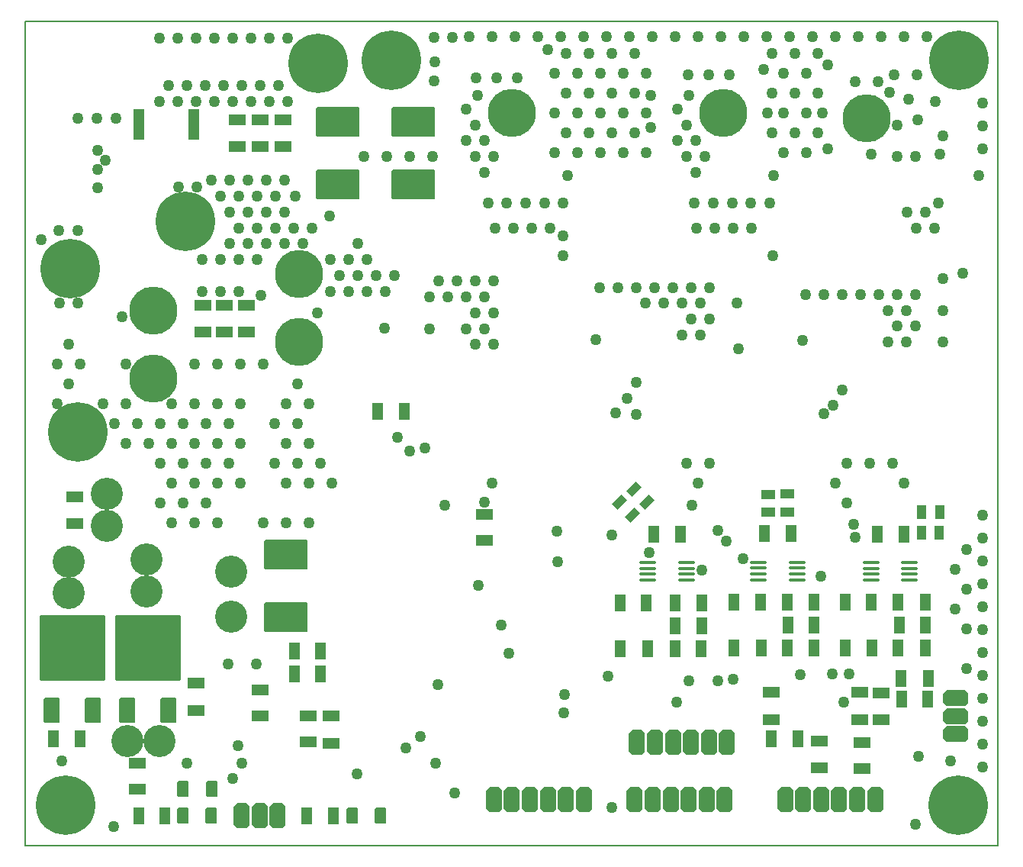
<source format=gbr>
G04 PROTEUS RS274X GERBER FILE*
%FSLAX45Y45*%
%MOMM*%
G01*
%ADD56C,1.270000*%
%ADD18C,1.016000*%
%ADD59C,5.334000*%
%AMPPAD075*
4,1,4,
0.571500,0.901700,
-0.571500,0.901700,
-0.571500,-0.901700,
0.571500,-0.901700,
0.571500,0.901700,
0*%
%ADD85PPAD075*%
%AMPPAD076*
4,1,36,
3.492500,3.619500,
-3.492500,3.619500,
-3.518470,3.616970,
-3.542480,3.609700,
-3.564080,3.598150,
-3.582790,3.582790,
-3.598150,3.564070,
-3.609700,3.542480,
-3.616970,3.518470,
-3.619500,3.492500,
-3.619500,-3.492500,
-3.616970,-3.518470,
-3.609700,-3.542480,
-3.598150,-3.564070,
-3.582790,-3.582790,
-3.564080,-3.598150,
-3.542480,-3.609700,
-3.518470,-3.616970,
-3.492500,-3.619500,
3.492500,-3.619500,
3.518470,-3.616970,
3.542480,-3.609700,
3.564080,-3.598150,
3.582790,-3.582790,
3.598150,-3.564070,
3.609700,-3.542480,
3.616970,-3.518470,
3.619500,-3.492500,
3.619500,3.492500,
3.616970,3.518470,
3.609700,3.542480,
3.598150,3.564070,
3.582790,3.582790,
3.564080,3.598150,
3.542480,3.609700,
3.518470,3.616970,
3.492500,3.619500,
0*%
%ADD86PPAD076*%
%AMPPAD077*
4,1,36,
0.762000,1.397000,
-0.762000,1.397000,
-0.787970,1.394470,
-0.811980,1.387200,
-0.833580,1.375650,
-0.852290,1.360290,
-0.867650,1.341570,
-0.879200,1.319980,
-0.886470,1.295970,
-0.889000,1.270000,
-0.889000,-1.270000,
-0.886470,-1.295970,
-0.879200,-1.319980,
-0.867650,-1.341570,
-0.852290,-1.360290,
-0.833580,-1.375650,
-0.811980,-1.387200,
-0.787970,-1.394470,
-0.762000,-1.397000,
0.762000,-1.397000,
0.787970,-1.394470,
0.811980,-1.387200,
0.833580,-1.375650,
0.852290,-1.360290,
0.867650,-1.341570,
0.879200,-1.319980,
0.886470,-1.295970,
0.889000,-1.270000,
0.889000,1.270000,
0.886470,1.295970,
0.879200,1.319980,
0.867650,1.341570,
0.852290,1.360290,
0.833580,1.375650,
0.811980,1.387200,
0.787970,1.394470,
0.762000,1.397000,
0*%
%ADD87PPAD077*%
%AMPPAD078*
4,1,4,
0.901700,-0.571500,
0.901700,0.571500,
-0.901700,0.571500,
-0.901700,-0.571500,
0.901700,-0.571500,
0*%
%ADD88PPAD078*%
%ADD66C,6.604000*%
%AMPPAD039*
4,1,36,
0.901700,-0.025400,
0.901700,0.025400,
0.898160,0.061750,
0.887980,0.095370,
0.871810,0.125600,
0.850300,0.151800,
0.824110,0.173310,
0.793870,0.189480,
0.760250,0.199660,
0.723900,0.203200,
-0.723900,0.203200,
-0.760250,0.199660,
-0.793870,0.189480,
-0.824110,0.173310,
-0.850300,0.151800,
-0.871810,0.125600,
-0.887980,0.095370,
-0.898160,0.061750,
-0.901700,0.025400,
-0.901700,-0.025400,
-0.898160,-0.061750,
-0.887980,-0.095370,
-0.871810,-0.125600,
-0.850300,-0.151800,
-0.824110,-0.173310,
-0.793870,-0.189480,
-0.760250,-0.199660,
-0.723900,-0.203200,
0.723900,-0.203200,
0.760250,-0.199660,
0.793870,-0.189480,
0.824110,-0.173310,
0.850300,-0.151800,
0.871810,-0.125600,
0.887980,-0.095370,
0.898160,-0.061750,
0.901700,-0.025400,
0*%
%ADD45PPAD039*%
%AMPPAD079*
4,1,36,
-0.508000,-0.889000,
0.508000,-0.889000,
0.533970,-0.886470,
0.557980,-0.879200,
0.579580,-0.867650,
0.598290,-0.852290,
0.613650,-0.833570,
0.625200,-0.811980,
0.632470,-0.787970,
0.635000,-0.762000,
0.635000,0.762000,
0.632470,0.787970,
0.625200,0.811980,
0.613650,0.833570,
0.598290,0.852290,
0.579580,0.867650,
0.557980,0.879200,
0.533970,0.886470,
0.508000,0.889000,
-0.508000,0.889000,
-0.533970,0.886470,
-0.557980,0.879200,
-0.579580,0.867650,
-0.598290,0.852290,
-0.613650,0.833570,
-0.625200,0.811980,
-0.632470,0.787970,
-0.635000,0.762000,
-0.635000,-0.762000,
-0.632470,-0.787970,
-0.625200,-0.811980,
-0.613650,-0.833570,
-0.598290,-0.852290,
-0.579580,-0.867650,
-0.557980,-0.879200,
-0.533970,-0.886470,
-0.508000,-0.889000,
0*%
%ADD89PPAD079*%
%AMPPAD067*
4,1,8,
-1.397000,-0.509800,
-1.397000,0.509800,
-1.017800,0.889000,
1.017800,0.889000,
1.397000,0.509800,
1.397000,-0.509800,
1.017800,-0.889000,
-1.017800,-0.889000,
-1.397000,-0.509800,
0*%
%ADD77PPAD067*%
%AMPPAD068*
4,1,8,
-0.509800,1.397000,
0.509800,1.397000,
0.889000,1.017800,
0.889000,-1.017800,
0.509800,-1.397000,
-0.509800,-1.397000,
-0.889000,-1.017800,
-0.889000,1.017800,
-0.509800,1.397000,
0*%
%ADD78PPAD068*%
%ADD79C,3.556000*%
%AMPPAD080*
4,1,36,
-2.413000,-1.524000,
-2.413000,1.524000,
-2.410470,1.549970,
-2.403200,1.573980,
-2.391650,1.595580,
-2.376290,1.614290,
-2.357570,1.629650,
-2.335980,1.641200,
-2.311970,1.648470,
-2.286000,1.651000,
2.286000,1.651000,
2.311970,1.648470,
2.335980,1.641200,
2.357570,1.629650,
2.376290,1.614290,
2.391650,1.595580,
2.403200,1.573980,
2.410470,1.549970,
2.413000,1.524000,
2.413000,-1.524000,
2.410470,-1.549970,
2.403200,-1.573980,
2.391650,-1.595580,
2.376290,-1.614290,
2.357570,-1.629650,
2.335980,-1.641200,
2.311970,-1.648470,
2.286000,-1.651000,
-2.286000,-1.651000,
-2.311970,-1.648470,
-2.335980,-1.641200,
-2.357570,-1.629650,
-2.376290,-1.614290,
-2.391650,-1.595580,
-2.403200,-1.573980,
-2.410470,-1.549970,
-2.413000,-1.524000,
0*%
%ADD90PPAD080*%
%AMPPAD081*
4,1,4,
0.844140,0.179610,
0.179610,0.844140,
-0.844140,-0.179610,
-0.179610,-0.844140,
0.844140,0.179610,
0*%
%ADD91PPAD081*%
%AMPPAD082*
4,1,4,
0.723900,-0.469900,
0.723900,0.469900,
-0.723900,0.469900,
-0.723900,-0.469900,
0.723900,-0.469900,
0*%
%ADD92PPAD082*%
%AMPPAD083*
4,1,4,
-0.469900,-0.723900,
0.469900,-0.723900,
0.469900,0.723900,
-0.469900,0.723900,
-0.469900,-0.723900,
0*%
%ADD93PPAD083*%
%AMPPAD084*
4,1,4,
-0.622300,-1.701800,
0.622300,-1.701800,
0.622300,1.701800,
-0.622300,1.701800,
-0.622300,-1.701800,
0*%
%ADD94PPAD084*%
%ADD41C,0.203200*%
D56*
X+4013200Y+1052310D03*
X+3911600Y+1228286D03*
X+4114800Y+1228286D03*
X+3810000Y+1404262D03*
X+4013200Y+1404262D03*
X+3911600Y+1580238D03*
X+3810000Y+1756214D03*
X+3937000Y+1905000D03*
X+8597900Y+1228286D03*
X+8801100Y+1228286D03*
X+8597900Y+1580238D03*
X+8724900Y+1866900D03*
X+6363969Y+1052310D03*
X+6262369Y+1228286D03*
X+6465569Y+1228286D03*
X+6160769Y+1404262D03*
X+6363969Y+1404262D03*
X+6262369Y+1580238D03*
X+6160769Y+1756214D03*
X+6286500Y+1905000D03*
X+7747000Y-3429000D03*
X+6428649Y-3363510D03*
X+8305800Y+1257545D03*
X+9067800Y+1257545D03*
X+8509000Y+1943100D03*
X+8559800Y+2137425D03*
X+8813800Y+2137425D03*
X+7519052Y-4519896D03*
X+7874000Y-4508500D03*
X+5384021Y-4535575D03*
X+4283159Y-4283011D03*
X+4826045Y-3267760D03*
X+7543800Y-812800D03*
X+8127850Y-2993866D03*
X+8118219Y-2853714D03*
X+8826500Y+1638300D03*
X+9105900Y+1460500D03*
X+8802625Y-6177544D03*
X+8064500Y-4508500D03*
X+8001000Y-4826000D03*
X+6286500Y-4584700D03*
X+6604000Y-4584700D03*
X+6153231Y-4826944D03*
X+6778656Y-4571579D03*
X+3944752Y-3532550D03*
X+6883138Y-3230089D03*
X+6832600Y-901700D03*
X+3850575Y+2560320D03*
X+4104575Y+2560320D03*
X+4358575Y+2560320D03*
X+4612575Y+2560320D03*
X+4866575Y+2560320D03*
X+5120575Y+2560320D03*
X+5374575Y+2560320D03*
X+5628575Y+2560320D03*
X+5882575Y+2560320D03*
X+6136575Y+2560320D03*
X+6390575Y+2560320D03*
X+6644575Y+2560320D03*
X+6898575Y+2560320D03*
X+7152575Y+2560320D03*
X+7406575Y+2560320D03*
X+7660575Y+2560320D03*
X+7914575Y+2560320D03*
X+8168575Y+2560320D03*
X+8422575Y+2560320D03*
X+8676575Y+2560320D03*
X+8930575Y+2560320D03*
X+9545320Y+1821839D03*
X+9545320Y+1567839D03*
X+9545320Y+1313839D03*
X+9545320Y-2750161D03*
X+9545320Y-3004161D03*
X+9545320Y-3258161D03*
X+9545320Y-3512161D03*
X+9545320Y-3766161D03*
X+9545320Y-4020161D03*
X+9545320Y-4274161D03*
X+9545320Y-4528161D03*
X+9545320Y-4782161D03*
X+9545320Y-5036161D03*
X+9545320Y-5290161D03*
X+9545320Y-5544161D03*
X+5430518Y-5990308D03*
X+9367518Y-4450518D03*
X+9367518Y-4010578D03*
X+9240518Y-3790608D03*
X+9367518Y-3570638D03*
X+9240518Y-3350668D03*
X+9367518Y-3130698D03*
X+4795518Y+1268702D03*
X+5049518Y+1268702D03*
X+5303518Y+1268702D03*
X+5557518Y+1268702D03*
X+5811518Y+1268702D03*
X+7335518Y+1268702D03*
X+7589518Y+1268702D03*
X+4922518Y+1488672D03*
X+5176518Y+1488672D03*
X+5430518Y+1488672D03*
X+5684518Y+1488672D03*
X+7208518Y+1488672D03*
X+7462518Y+1488672D03*
X+7716518Y+1488672D03*
X+4795518Y+1708642D03*
X+5049518Y+1708642D03*
X+5303518Y+1708642D03*
X+5557518Y+1708642D03*
X+5811518Y+1708642D03*
X+7335518Y+1708642D03*
X+7589518Y+1708642D03*
X+4922518Y+1928612D03*
X+5176518Y+1928612D03*
X+5430518Y+1928612D03*
X+5684518Y+1928612D03*
X+7208518Y+1928612D03*
X+7462518Y+1928612D03*
X+7716518Y+1928612D03*
X+4795518Y+2148582D03*
X+5049518Y+2148582D03*
X+5303518Y+2148582D03*
X+5557518Y+2148582D03*
X+5811518Y+2148582D03*
X+7335518Y+2148582D03*
X+7589518Y+2148582D03*
X+4922518Y+2368552D03*
X+5176518Y+2368552D03*
X+5430518Y+2368552D03*
X+5684518Y+2368552D03*
X+7208518Y+2368552D03*
X+7462518Y+2368552D03*
X+7716518Y+2368552D03*
X+2602489Y-5621043D03*
X+7226300Y+1016000D03*
X+7213600Y+127000D03*
X+4940300Y+1016000D03*
X+4889500Y+127000D03*
X+9321800Y-63500D03*
X+9499600Y+1016000D03*
X+8831424Y-5427206D03*
X+3576345Y-2643122D03*
X+4818888Y-2925288D03*
X+9016999Y+1837037D03*
X+8127999Y+2057007D03*
X+8381999Y+2057007D03*
X+3924300Y+2105292D03*
X+4152900Y+2105292D03*
X+4381500Y+2105292D03*
X+6273914Y+2139798D03*
X+6502514Y+2139798D03*
X+6731114Y+2139798D03*
X+3500118Y-4626494D03*
X+7157718Y+1708642D03*
X+7767318Y+1708642D03*
X+4719318Y+2412546D03*
X+1021080Y+1841696D03*
X+1224280Y+1841696D03*
X+1427480Y+1841696D03*
X+1630680Y+1841696D03*
X+1833880Y+1841696D03*
X+513080Y+2017672D03*
X+716280Y+2017672D03*
X+919480Y+2017672D03*
X+1122680Y+2017672D03*
X+1325880Y+2017672D03*
X+1529080Y+2017672D03*
X+1732280Y+2017672D03*
X+411480Y+2545600D03*
X+614680Y+2545600D03*
X+817880Y+2545600D03*
X+1021080Y+2545600D03*
X+1224280Y+2545600D03*
X+1427480Y+2545600D03*
X+1630680Y+2545600D03*
X+1833880Y+2545600D03*
X+886143Y-266666D03*
X+1089343Y-266666D03*
X+1292543Y-266666D03*
X+2308543Y-266666D03*
X+2511743Y-266666D03*
X+2714943Y-266666D03*
X+2918143Y-266666D03*
X+2410143Y-90690D03*
X+2613343Y-90690D03*
X+2816543Y-90690D03*
X+3019743Y-90690D03*
X+886143Y+85286D03*
X+1089343Y+85286D03*
X+1292543Y+85286D03*
X+1495743Y+85286D03*
X+2308543Y+85286D03*
X+2511743Y+85286D03*
X+2714943Y+85286D03*
X+1190943Y+261262D03*
X+1394143Y+261262D03*
X+1597343Y+261262D03*
X+1800543Y+261262D03*
X+2003743Y+261262D03*
X+2613343Y+261262D03*
X+1292543Y+437238D03*
X+1495743Y+437238D03*
X+1698943Y+437238D03*
X+1902143Y+437238D03*
X+2105343Y+437238D03*
X+4137343Y+437238D03*
X+4340543Y+437238D03*
X+4543743Y+437238D03*
X+4746943Y+437238D03*
X+6372543Y+437238D03*
X+6575743Y+437238D03*
X+6778943Y+437238D03*
X+6982143Y+437238D03*
X+8810943Y+437238D03*
X+9014143Y+437238D03*
X+1190943Y+613214D03*
X+1394143Y+613214D03*
X+1597343Y+613214D03*
X+1800543Y+613214D03*
X+8709343Y+613214D03*
X+8912543Y+613214D03*
X+1089343Y+789190D03*
X+1292543Y+789190D03*
X+1495743Y+789190D03*
X+1698943Y+789190D03*
X+987743Y+965166D03*
X+1190943Y+965166D03*
X+1394143Y+965166D03*
X+1597343Y+965166D03*
X+1800543Y+965166D03*
X+7828280Y+1317455D03*
X+7117080Y+2197335D03*
X+3459480Y+2549287D03*
X+3662680Y+2549287D03*
X+3472115Y-5497269D03*
X+411480Y+1841696D03*
X+614680Y+1841696D03*
X+817880Y+1841696D03*
X-701040Y-395875D03*
X-497840Y-395875D03*
X-904240Y+308029D03*
X-193040Y+1187909D03*
X-96520Y-6201665D03*
X+1224280Y-5673737D03*
X+716280Y-5497761D03*
X+1325880Y-5497761D03*
X+3459480Y+2069207D03*
X+7828280Y+2245183D03*
X-5081Y-548813D03*
X+4889499Y+353062D03*
X+4056379Y+713812D03*
X+4264659Y+713812D03*
X+4472939Y+713812D03*
X+4681219Y+713812D03*
X+4889499Y+713812D03*
X+6347459Y+713812D03*
X+6555739Y+713812D03*
X+6764019Y+713812D03*
X+6972299Y+713812D03*
X+7180579Y+713812D03*
X+9055099Y+713812D03*
X+619759Y+894187D03*
X+828039Y+894187D03*
X-492760Y+1654722D03*
X-284480Y+1654722D03*
X-76200Y+1654722D03*
X+9192260Y-5478721D03*
X+1485900Y-4396471D03*
X+3464560Y+2277404D03*
X+1277620Y-5306641D03*
X+1173480Y-4404766D03*
X+5859780Y+1547609D03*
X+5859780Y+1908359D03*
X-706169Y+406400D03*
X-497889Y+406400D03*
X-279400Y+878585D03*
X-279400Y+1086865D03*
X-279400Y+1295145D03*
X+3913451Y-857244D03*
X+4116651Y-857244D03*
X+3405451Y-681268D03*
X+3811851Y-681268D03*
X+4015051Y-681268D03*
X+3913451Y-505292D03*
X+4116651Y-505292D03*
X+3405451Y-329316D03*
X+3608651Y-329316D03*
X+3811851Y-329316D03*
X+4015051Y-329316D03*
X+3507051Y-153340D03*
X+3710251Y-153340D03*
X+3913451Y-153340D03*
X+4116651Y-153340D03*
X+5697295Y-1631085D03*
X+5595695Y-1455109D03*
X+5697295Y-1279133D03*
X+6205295Y-751205D03*
X+6408495Y-751205D03*
X+6306895Y-575229D03*
X+6510095Y-575229D03*
X+5798895Y-399253D03*
X+6002095Y-399253D03*
X+6205295Y-399253D03*
X+6408495Y-399253D03*
X+6814895Y-399253D03*
X+5290895Y-223277D03*
X+5494095Y-223277D03*
X+5697295Y-223277D03*
X+5900495Y-223277D03*
X+6103695Y-223277D03*
X+6306895Y-223277D03*
X+6510095Y-223277D03*
X+7881619Y-1533571D03*
X+7983219Y-1357595D03*
X+8491219Y-829667D03*
X+8694419Y-829667D03*
X+9100819Y-829667D03*
X+8592819Y-653691D03*
X+8796019Y-653691D03*
X+8491219Y-477715D03*
X+8694419Y-477715D03*
X+9100819Y-477715D03*
X+7576819Y-301739D03*
X+7780019Y-301739D03*
X+7983219Y-301739D03*
X+8186419Y-301739D03*
X+8389619Y-301739D03*
X+8592819Y-301739D03*
X+8796019Y-301739D03*
X+9100819Y-125763D03*
X+4895850Y-4946650D03*
X+3145817Y-5333103D03*
X+3302000Y-5207000D03*
X+4902200Y-4737100D03*
X+1537861Y-309908D03*
X+2299861Y+569972D03*
X+1918861Y+789942D03*
X+2680861Y+1229882D03*
X+2934861Y+1229882D03*
X+3188861Y+1229882D03*
X+3442861Y+1229882D03*
X+6604000Y-2921000D03*
X+5249412Y-804176D03*
X+6696244Y-3035770D03*
X+5473700Y-1612900D03*
X+7785100Y-1625600D03*
D18*
X+3688700Y-5829963D03*
D56*
X+2164329Y-506904D03*
X+4205198Y-3970896D03*
X+3188275Y-2035270D03*
X+3356365Y-2007844D03*
X+5842000Y-3162300D03*
X+5431385Y-2971800D03*
X+4013200Y-2603500D03*
X+2910487Y-675842D03*
X+3049820Y-1889299D03*
X+6318599Y-2638464D03*
X+541019Y-2832896D03*
X+795019Y-2832896D03*
X+1049019Y-2832896D03*
X+1557019Y-2832896D03*
X+1811019Y-2832896D03*
X+2065019Y-2832896D03*
X+414019Y-2612926D03*
X+668019Y-2612926D03*
X+922019Y-2612926D03*
X+8034019Y-2612926D03*
X+541019Y-2392956D03*
X+795019Y-2392956D03*
X+1049019Y-2392956D03*
X+1303019Y-2392956D03*
X+1811019Y-2392956D03*
X+2065019Y-2392956D03*
X+2319019Y-2392956D03*
X+4097019Y-2392956D03*
X+6383019Y-2392956D03*
X+7907019Y-2392956D03*
X+8669019Y-2392956D03*
X+414019Y-2172986D03*
X+668019Y-2172986D03*
X+922019Y-2172986D03*
X+1176019Y-2172986D03*
X+1684019Y-2172986D03*
X+1938019Y-2172986D03*
X+2192019Y-2172986D03*
X+6256019Y-2172986D03*
X+6510019Y-2172986D03*
X+8034019Y-2172986D03*
X+8288019Y-2172986D03*
X+8542019Y-2172986D03*
X+33019Y-1953016D03*
X+287019Y-1953016D03*
X+541019Y-1953016D03*
X+795019Y-1953016D03*
X+1049019Y-1953016D03*
X+1303019Y-1953016D03*
X+1811019Y-1953016D03*
X+2065019Y-1953016D03*
X-93981Y-1733046D03*
X+160019Y-1733046D03*
X+414019Y-1733046D03*
X+668019Y-1733046D03*
X+922019Y-1733046D03*
X+1176019Y-1733046D03*
X+1684019Y-1733046D03*
X+1938019Y-1733046D03*
X-728981Y-1513076D03*
X-220981Y-1513076D03*
X+33019Y-1513076D03*
X+541019Y-1513076D03*
X+795019Y-1513076D03*
X+1049019Y-1513076D03*
X+1303019Y-1513076D03*
X+1811019Y-1513076D03*
X+2065019Y-1513076D03*
X-601981Y-1293106D03*
X+1938019Y-1293106D03*
X-728981Y-1073136D03*
X-474981Y-1073136D03*
X+33019Y-1073136D03*
X+795019Y-1073136D03*
X+1049019Y-1073136D03*
X+1303019Y-1073136D03*
X+1557019Y-1073136D03*
X-601981Y-853166D03*
X-672147Y-5478139D03*
X+3688080Y-5829343D03*
D59*
X+4318000Y+1714500D03*
X+6667500Y+1714500D03*
X+8255000Y+1651000D03*
D85*
X+3124200Y-1600200D03*
X+2834200Y-1600200D03*
D86*
X-553200Y-4224020D03*
D87*
X-324600Y-4914900D03*
X-781800Y-4914900D03*
D86*
X+285000Y-4224020D03*
D87*
X+513600Y-4914900D03*
X+56400Y-4914900D03*
D88*
X+1275080Y+1337438D03*
X+1275080Y+1637438D03*
X+1783080Y+1337438D03*
X+1783080Y+1637438D03*
X+1529080Y+1337438D03*
X+1529080Y+1637438D03*
X+1371600Y-719100D03*
X+1371600Y-419100D03*
X+889000Y-719100D03*
X+889000Y-419100D03*
X+1130300Y-719100D03*
X+1130300Y-419100D03*
D66*
X-495300Y-1828800D03*
X-580503Y-12700D03*
D85*
X-469100Y-5232400D03*
X-769100Y-5232400D03*
D88*
X+818400Y-4914900D03*
X+818400Y-4614900D03*
X+4012270Y-3028830D03*
X+4012270Y-2738830D03*
D45*
X+6259000Y-3273402D03*
X+6259000Y-3338402D03*
X+6259000Y-3403402D03*
X+6259000Y-3468402D03*
X+5829000Y-3468402D03*
X+5829000Y-3403402D03*
X+5829000Y-3338402D03*
X+5829000Y-3273402D03*
X+7486107Y-3273033D03*
X+7486107Y-3338033D03*
X+7486107Y-3403033D03*
X+7486107Y-3468033D03*
X+7056107Y-3468033D03*
X+7056107Y-3403033D03*
X+7056107Y-3338033D03*
X+7056107Y-3273033D03*
X+8735869Y-3274533D03*
X+8735869Y-3339533D03*
X+8735869Y-3404533D03*
X+8735869Y-3469533D03*
X+8305869Y-3469533D03*
X+8305869Y-3404533D03*
X+8305869Y-3339533D03*
X+8305869Y-3274533D03*
D85*
X+6195500Y-2957402D03*
X+5895500Y-2957402D03*
X+7422607Y-2957033D03*
X+7122607Y-2957033D03*
X+8672369Y-2958533D03*
X+8372369Y-2958533D03*
X+6432000Y-3719402D03*
X+6132000Y-3719402D03*
X+7676607Y-3719033D03*
X+7376607Y-3719033D03*
X+8908869Y-3719033D03*
X+8608869Y-3719033D03*
X+6432000Y-3973402D03*
X+6132000Y-3973402D03*
X+5824500Y-4227402D03*
X+5524500Y-4227402D03*
X+5524500Y-3719402D03*
X+5814500Y-3719402D03*
X+6422000Y-4227402D03*
X+6132000Y-4227402D03*
X+6787607Y-3719033D03*
X+7077607Y-3719033D03*
X+7676607Y-3973033D03*
X+7386607Y-3973033D03*
X+8019869Y-3719033D03*
X+8309869Y-3719033D03*
X+8908869Y-3973033D03*
X+8618869Y-3973033D03*
X+7087607Y-4227033D03*
X+6787607Y-4227033D03*
X+7676607Y-4227033D03*
X+7376607Y-4227033D03*
X+8319869Y-4227033D03*
X+8019869Y-4227033D03*
X+8908869Y-4227033D03*
X+8608869Y-4227033D03*
D88*
X+7200900Y-4716500D03*
X+7200900Y-5016500D03*
X+8178800Y-4715376D03*
X+8178800Y-5015376D03*
X+2311400Y-4978400D03*
X+2311400Y-5278400D03*
X-533400Y-2844800D03*
X-533400Y-2544800D03*
D89*
X+673100Y-6083300D03*
X+988060Y-6083300D03*
D77*
X+9245600Y-5181500D03*
X+9245600Y-4981500D03*
X+9245600Y-4781500D03*
D88*
X+8204200Y-5272600D03*
X+8204200Y-5562600D03*
D85*
X+7203000Y-5232400D03*
X+7493000Y-5232400D03*
D88*
X+7731100Y-5259900D03*
X+7731100Y-5549900D03*
D85*
X+8643416Y-4793216D03*
X+8933416Y-4793216D03*
X+467800Y-6083300D03*
X+177800Y-6083300D03*
X+1905000Y-4508500D03*
X+2195000Y-4508500D03*
X+1905000Y-4254500D03*
X+2195000Y-4254500D03*
D88*
X+2057400Y-5268400D03*
X+2057400Y-4978400D03*
X+1524000Y-4686300D03*
X+1524000Y-4976300D03*
D78*
X+8356500Y-5905500D03*
X+8156500Y-5905500D03*
X+7956500Y-5905500D03*
X+7756500Y-5905500D03*
X+7556500Y-5905500D03*
X+7356500Y-5905500D03*
D66*
X+2169810Y+2259156D03*
X+700394Y+507979D03*
D59*
X+1955800Y-76200D03*
X+1955800Y-826200D03*
X+342900Y-482600D03*
X+342900Y-1232600D03*
D66*
X+9283700Y+2298700D03*
X+2984500Y+2298700D03*
X+9271000Y-5969000D03*
X-635000Y-5969000D03*
D78*
X+4124500Y-5905500D03*
X+4324500Y-5905500D03*
X+4524500Y-5905500D03*
X+4724500Y-5905500D03*
X+4924500Y-5905500D03*
X+5124500Y-5905500D03*
X+5686500Y-5905500D03*
X+5886500Y-5905500D03*
X+6086500Y-5905500D03*
X+6286500Y-5905500D03*
X+6486500Y-5905500D03*
X+6686500Y-5905500D03*
X+5712000Y-5270500D03*
X+5912000Y-5270500D03*
X+6112000Y-5270500D03*
X+6312000Y-5270500D03*
X+6512000Y-5270500D03*
X+6712000Y-5270500D03*
X+1722985Y-6086392D03*
X+1522985Y-6086392D03*
X+1322985Y-6086392D03*
D79*
X+1206500Y-3873500D03*
X+1206500Y-3373500D03*
D90*
X+1816100Y-3187700D03*
X+1816100Y-3887700D03*
D79*
X-177800Y-2514600D03*
X-177800Y-2864600D03*
X-596900Y-3613900D03*
X-596900Y-3263900D03*
X+56400Y-5257800D03*
X+406400Y-5257800D03*
X+266700Y-3594100D03*
X+266700Y-3244100D03*
D91*
X+5660311Y-2750411D03*
X+5518890Y-2608990D03*
X+5816600Y-2603500D03*
X+5675178Y-2462078D03*
D92*
X+7162800Y-2717800D03*
X+7162800Y-2517800D03*
X+7378700Y-2714600D03*
X+7378700Y-2514600D03*
D93*
X+8867800Y-2717800D03*
X+9067800Y-2717800D03*
X+8864600Y-2946400D03*
X+9064600Y-2946400D03*
D89*
X+2552700Y-6083300D03*
X+2867660Y-6083300D03*
D85*
X+2336800Y-6083300D03*
X+2046800Y-6083300D03*
D89*
X+675640Y-5791200D03*
X+990600Y-5791200D03*
D88*
X+165100Y-5791200D03*
X+165100Y-5501200D03*
D94*
X+177800Y+1587500D03*
X+787800Y+1587500D03*
D85*
X+8940800Y-4559300D03*
X+8640800Y-4559300D03*
D88*
X+8420100Y-4726500D03*
X+8420100Y-5016500D03*
D90*
X+3225800Y+914400D03*
X+3225800Y+1614400D03*
X+2387600Y+912900D03*
X+2387600Y+1612900D03*
D41*
X-1079500Y-6413500D02*
X+9715500Y-6413500D01*
X+9715500Y+2730500D01*
X-1079500Y+2730500D01*
X-1079500Y-6413500D01*
M02*

</source>
